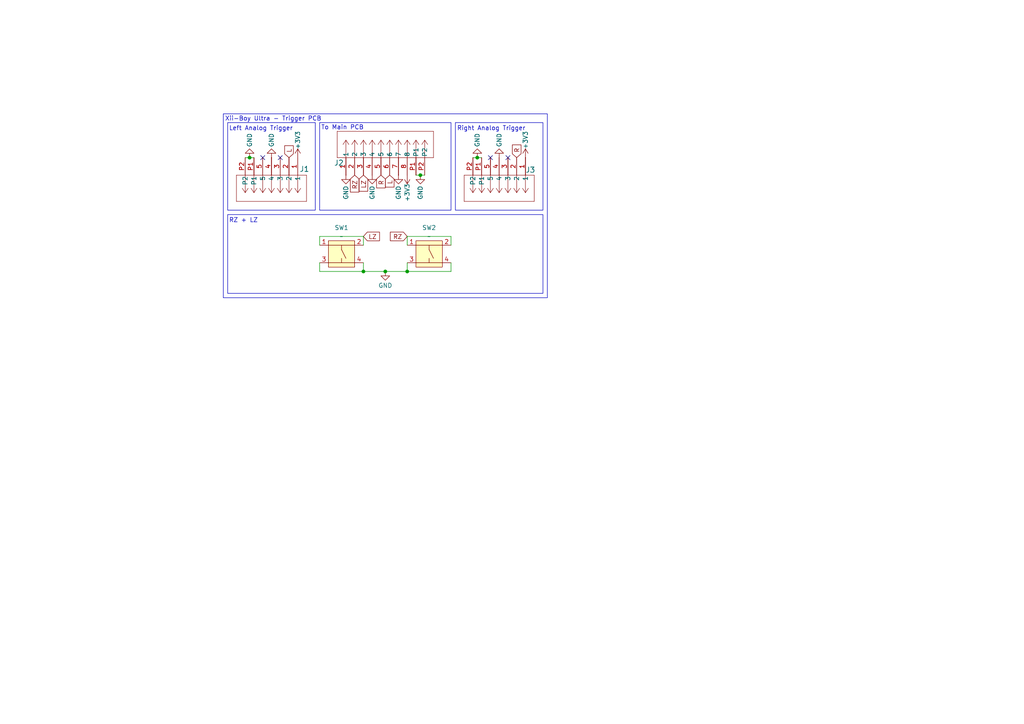
<source format=kicad_sch>
(kicad_sch
	(version 20231120)
	(generator "eeschema")
	(generator_version "8.0")
	(uuid "f5fc5e2e-e7b6-4bdb-8f57-98c4ecff7f2a")
	(paper "A4")
	(lib_symbols
		(symbol "5051100592:5051100592"
			(pin_names
				(offset 0.254)
			)
			(exclude_from_sim no)
			(in_bom yes)
			(on_board yes)
			(property "Reference" "J"
				(at 8.89 6.35 0)
				(effects
					(font
						(size 1.524 1.524)
					)
				)
			)
			(property "Value" "5051100592"
				(at 0 0 0)
				(effects
					(font
						(size 1.524 1.524)
					)
				)
			)
			(property "Footprint" "CON_5051100592_MOL"
				(at 0 0 0)
				(effects
					(font
						(size 1.27 1.27)
						(italic yes)
					)
					(hide yes)
				)
			)
			(property "Datasheet" "5051100592"
				(at 0 0 0)
				(effects
					(font
						(size 1.27 1.27)
						(italic yes)
					)
					(hide yes)
				)
			)
			(property "Description" ""
				(at 0 0 0)
				(effects
					(font
						(size 1.27 1.27)
					)
					(hide yes)
				)
			)
			(property "ki_locked" ""
				(at 0 0 0)
				(effects
					(font
						(size 1.27 1.27)
					)
				)
			)
			(property "ki_keywords" "5051100592"
				(at 0 0 0)
				(effects
					(font
						(size 1.27 1.27)
					)
					(hide yes)
				)
			)
			(property "ki_fp_filters" "CON_5051100592_MOL"
				(at 0 0 0)
				(effects
					(font
						(size 1.27 1.27)
					)
					(hide yes)
				)
			)
			(symbol "5051100592_1_1"
				(polyline
					(pts
						(xy 5.08 -17.78) (xy 12.7 -17.78)
					)
					(stroke
						(width 0.127)
						(type default)
					)
					(fill
						(type none)
					)
				)
				(polyline
					(pts
						(xy 5.08 2.54) (xy 5.08 -17.78)
					)
					(stroke
						(width 0.127)
						(type default)
					)
					(fill
						(type none)
					)
				)
				(polyline
					(pts
						(xy 10.16 -15.24) (xy 5.08 -15.24)
					)
					(stroke
						(width 0.127)
						(type default)
					)
					(fill
						(type none)
					)
				)
				(polyline
					(pts
						(xy 10.16 -15.24) (xy 8.89 -16.0867)
					)
					(stroke
						(width 0.127)
						(type default)
					)
					(fill
						(type none)
					)
				)
				(polyline
					(pts
						(xy 10.16 -15.24) (xy 8.89 -14.3933)
					)
					(stroke
						(width 0.127)
						(type default)
					)
					(fill
						(type none)
					)
				)
				(polyline
					(pts
						(xy 10.16 -12.7) (xy 5.08 -12.7)
					)
					(stroke
						(width 0.127)
						(type default)
					)
					(fill
						(type none)
					)
				)
				(polyline
					(pts
						(xy 10.16 -12.7) (xy 8.89 -13.5467)
					)
					(stroke
						(width 0.127)
						(type default)
					)
					(fill
						(type none)
					)
				)
				(polyline
					(pts
						(xy 10.16 -12.7) (xy 8.89 -11.8533)
					)
					(stroke
						(width 0.127)
						(type default)
					)
					(fill
						(type none)
					)
				)
				(polyline
					(pts
						(xy 10.16 -10.16) (xy 5.08 -10.16)
					)
					(stroke
						(width 0.127)
						(type default)
					)
					(fill
						(type none)
					)
				)
				(polyline
					(pts
						(xy 10.16 -10.16) (xy 8.89 -11.0067)
					)
					(stroke
						(width 0.127)
						(type default)
					)
					(fill
						(type none)
					)
				)
				(polyline
					(pts
						(xy 10.16 -10.16) (xy 8.89 -9.3133)
					)
					(stroke
						(width 0.127)
						(type default)
					)
					(fill
						(type none)
					)
				)
				(polyline
					(pts
						(xy 10.16 -7.62) (xy 5.08 -7.62)
					)
					(stroke
						(width 0.127)
						(type default)
					)
					(fill
						(type none)
					)
				)
				(polyline
					(pts
						(xy 10.16 -7.62) (xy 8.89 -8.4667)
					)
					(stroke
						(width 0.127)
						(type default)
					)
					(fill
						(type none)
					)
				)
				(polyline
					(pts
						(xy 10.16 -7.62) (xy 8.89 -6.7733)
					)
					(stroke
						(width 0.127)
						(type default)
					)
					(fill
						(type none)
					)
				)
				(polyline
					(pts
						(xy 10.16 -5.08) (xy 5.08 -5.08)
					)
					(stroke
						(width 0.127)
						(type default)
					)
					(fill
						(type none)
					)
				)
				(polyline
					(pts
						(xy 10.16 -5.08) (xy 8.89 -5.9267)
					)
					(stroke
						(width 0.127)
						(type default)
					)
					(fill
						(type none)
					)
				)
				(polyline
					(pts
						(xy 10.16 -5.08) (xy 8.89 -4.2333)
					)
					(stroke
						(width 0.127)
						(type default)
					)
					(fill
						(type none)
					)
				)
				(polyline
					(pts
						(xy 10.16 -2.54) (xy 5.08 -2.54)
					)
					(stroke
						(width 0.127)
						(type default)
					)
					(fill
						(type none)
					)
				)
				(polyline
					(pts
						(xy 10.16 -2.54) (xy 8.89 -3.3867)
					)
					(stroke
						(width 0.127)
						(type default)
					)
					(fill
						(type none)
					)
				)
				(polyline
					(pts
						(xy 10.16 -2.54) (xy 8.89 -1.6933)
					)
					(stroke
						(width 0.127)
						(type default)
					)
					(fill
						(type none)
					)
				)
				(polyline
					(pts
						(xy 10.16 0) (xy 5.08 0)
					)
					(stroke
						(width 0.127)
						(type default)
					)
					(fill
						(type none)
					)
				)
				(polyline
					(pts
						(xy 10.16 0) (xy 8.89 -0.8467)
					)
					(stroke
						(width 0.127)
						(type default)
					)
					(fill
						(type none)
					)
				)
				(polyline
					(pts
						(xy 10.16 0) (xy 8.89 0.8467)
					)
					(stroke
						(width 0.127)
						(type default)
					)
					(fill
						(type none)
					)
				)
				(polyline
					(pts
						(xy 12.7 -17.78) (xy 12.7 2.54)
					)
					(stroke
						(width 0.127)
						(type default)
					)
					(fill
						(type none)
					)
				)
				(polyline
					(pts
						(xy 12.7 2.54) (xy 5.08 2.54)
					)
					(stroke
						(width 0.127)
						(type default)
					)
					(fill
						(type none)
					)
				)
				(pin unspecified line
					(at 0 0 0)
					(length 5.08)
					(name "1"
						(effects
							(font
								(size 1.27 1.27)
							)
						)
					)
					(number "1"
						(effects
							(font
								(size 1.27 1.27)
							)
						)
					)
				)
				(pin unspecified line
					(at 0 -2.54 0)
					(length 5.08)
					(name "2"
						(effects
							(font
								(size 1.27 1.27)
							)
						)
					)
					(number "2"
						(effects
							(font
								(size 1.27 1.27)
							)
						)
					)
				)
				(pin unspecified line
					(at 0 -5.08 0)
					(length 5.08)
					(name "3"
						(effects
							(font
								(size 1.27 1.27)
							)
						)
					)
					(number "3"
						(effects
							(font
								(size 1.27 1.27)
							)
						)
					)
				)
				(pin unspecified line
					(at 0 -7.62 0)
					(length 5.08)
					(name "4"
						(effects
							(font
								(size 1.27 1.27)
							)
						)
					)
					(number "4"
						(effects
							(font
								(size 1.27 1.27)
							)
						)
					)
				)
				(pin unspecified line
					(at 0 -10.16 0)
					(length 5.08)
					(name "5"
						(effects
							(font
								(size 1.27 1.27)
							)
						)
					)
					(number "5"
						(effects
							(font
								(size 1.27 1.27)
							)
						)
					)
				)
				(pin unspecified line
					(at 0 -12.7 0)
					(length 5.08)
					(name "P1"
						(effects
							(font
								(size 1.27 1.27)
							)
						)
					)
					(number "P1"
						(effects
							(font
								(size 1.27 1.27)
							)
						)
					)
				)
				(pin unspecified line
					(at 0 -15.24 0)
					(length 5.08)
					(name "P2"
						(effects
							(font
								(size 1.27 1.27)
							)
						)
					)
					(number "P2"
						(effects
							(font
								(size 1.27 1.27)
							)
						)
					)
				)
			)
			(symbol "5051100592_1_2"
				(polyline
					(pts
						(xy 5.08 -17.78) (xy 12.7 -17.78)
					)
					(stroke
						(width 0.127)
						(type default)
					)
					(fill
						(type none)
					)
				)
				(polyline
					(pts
						(xy 5.08 2.54) (xy 5.08 -17.78)
					)
					(stroke
						(width 0.127)
						(type default)
					)
					(fill
						(type none)
					)
				)
				(polyline
					(pts
						(xy 7.62 -15.24) (xy 5.08 -15.24)
					)
					(stroke
						(width 0.127)
						(type default)
					)
					(fill
						(type none)
					)
				)
				(polyline
					(pts
						(xy 7.62 -15.24) (xy 8.89 -16.0867)
					)
					(stroke
						(width 0.127)
						(type default)
					)
					(fill
						(type none)
					)
				)
				(polyline
					(pts
						(xy 7.62 -15.24) (xy 8.89 -14.3933)
					)
					(stroke
						(width 0.127)
						(type default)
					)
					(fill
						(type none)
					)
				)
				(polyline
					(pts
						(xy 7.62 -12.7) (xy 5.08 -12.7)
					)
					(stroke
						(width 0.127)
						(type default)
					)
					(fill
						(type none)
					)
				)
				(polyline
					(pts
						(xy 7.62 -12.7) (xy 8.89 -13.5467)
					)
					(stroke
						(width 0.127)
						(type default)
					)
					(fill
						(type none)
					)
				)
				(polyline
					(pts
						(xy 7.62 -12.7) (xy 8.89 -11.8533)
					)
					(stroke
						(width 0.127)
						(type default)
					)
					(fill
						(type none)
					)
				)
				(polyline
					(pts
						(xy 7.62 -10.16) (xy 5.08 -10.16)
					)
					(stroke
						(width 0.127)
						(type default)
					)
					(fill
						(type none)
					)
				)
				(polyline
					(pts
						(xy 7.62 -10.16) (xy 8.89 -11.0067)
					)
					(stroke
						(width 0.127)
						(type default)
					)
					(fill
						(type none)
					)
				)
				(polyline
					(pts
						(xy 7.62 -10.16) (xy 8.89 -9.3133)
					)
					(stroke
						(width 0.127)
						(type default)
					)
					(fill
						(type none)
					)
				)
				(polyline
					(pts
						(xy 7.62 -7.62) (xy 5.08 -7.62)
					)
					(stroke
						(width 0.127)
						(type default)
					)
					(fill
						(type none)
					)
				)
				(polyline
					(pts
						(xy 7.62 -7.62) (xy 8.89 -8.4667)
					)
					(stroke
						(width 0.127)
						(type default)
					)
					(fill
						(type none)
					)
				)
				(polyline
					(pts
						(xy 7.62 -7.62) (xy 8.89 -6.7733)
					)
					(stroke
						(width 0.127)
						(type default)
					)
					(fill
						(type none)
					)
				)
				(polyline
					(pts
						(xy 7.62 -5.08) (xy 5.08 -5.08)
					)
					(stroke
						(width 0.127)
						(type default)
					)
					(fill
						(type none)
					)
				)
				(polyline
					(pts
						(xy 7.62 -5.08) (xy 8.89 -5.9267)
					)
					(stroke
						(width 0.127)
						(type default)
					)
					(fill
						(type none)
					)
				)
				(polyline
					(pts
						(xy 7.62 -5.08) (xy 8.89 -4.2333)
					)
					(stroke
						(width 0.127)
						(type default)
					)
					(fill
						(type none)
					)
				)
				(polyline
					(pts
						(xy 7.62 -2.54) (xy 5.08 -2.54)
					)
					(stroke
						(width 0.127)
						(type default)
					)
					(fill
						(type none)
					)
				)
				(polyline
					(pts
						(xy 7.62 -2.54) (xy 8.89 -3.3867)
					)
					(stroke
						(width 0.127)
						(type default)
					)
					(fill
						(type none)
					)
				)
				(polyline
					(pts
						(xy 7.62 -2.54) (xy 8.89 -1.6933)
					)
					(stroke
						(width 0.127)
						(type default)
					)
					(fill
						(type none)
					)
				)
				(polyline
					(pts
						(xy 7.62 0) (xy 5.08 0)
					)
					(stroke
						(width 0.127)
						(type default)
					)
					(fill
						(type none)
					)
				)
				(polyline
					(pts
						(xy 7.62 0) (xy 8.89 -0.8467)
					)
					(stroke
						(width 0.127)
						(type default)
					)
					(fill
						(type none)
					)
				)
				(polyline
					(pts
						(xy 7.62 0) (xy 8.89 0.8467)
					)
					(stroke
						(width 0.127)
						(type default)
					)
					(fill
						(type none)
					)
				)
				(polyline
					(pts
						(xy 12.7 -17.78) (xy 12.7 2.54)
					)
					(stroke
						(width 0.127)
						(type default)
					)
					(fill
						(type none)
					)
				)
				(polyline
					(pts
						(xy 12.7 2.54) (xy 5.08 2.54)
					)
					(stroke
						(width 0.127)
						(type default)
					)
					(fill
						(type none)
					)
				)
				(pin unspecified line
					(at 0 0 0)
					(length 5.08)
					(name "1"
						(effects
							(font
								(size 1.27 1.27)
							)
						)
					)
					(number "1"
						(effects
							(font
								(size 1.27 1.27)
							)
						)
					)
				)
				(pin unspecified line
					(at 0 -2.54 0)
					(length 5.08)
					(name "2"
						(effects
							(font
								(size 1.27 1.27)
							)
						)
					)
					(number "2"
						(effects
							(font
								(size 1.27 1.27)
							)
						)
					)
				)
				(pin unspecified line
					(at 0 -5.08 0)
					(length 5.08)
					(name "3"
						(effects
							(font
								(size 1.27 1.27)
							)
						)
					)
					(number "3"
						(effects
							(font
								(size 1.27 1.27)
							)
						)
					)
				)
				(pin unspecified line
					(at 0 -7.62 0)
					(length 5.08)
					(name "4"
						(effects
							(font
								(size 1.27 1.27)
							)
						)
					)
					(number "4"
						(effects
							(font
								(size 1.27 1.27)
							)
						)
					)
				)
				(pin unspecified line
					(at 0 -10.16 0)
					(length 5.08)
					(name "5"
						(effects
							(font
								(size 1.27 1.27)
							)
						)
					)
					(number "5"
						(effects
							(font
								(size 1.27 1.27)
							)
						)
					)
				)
				(pin unspecified line
					(at 0 -12.7 0)
					(length 5.08)
					(name "P1"
						(effects
							(font
								(size 1.27 1.27)
							)
						)
					)
					(number "P1"
						(effects
							(font
								(size 1.27 1.27)
							)
						)
					)
				)
				(pin unspecified line
					(at 0 -15.24 0)
					(length 5.08)
					(name "P2"
						(effects
							(font
								(size 1.27 1.27)
							)
						)
					)
					(number "P2"
						(effects
							(font
								(size 1.27 1.27)
							)
						)
					)
				)
			)
		)
		(symbol "5051100892:5051100892"
			(pin_names
				(offset 0.254)
			)
			(exclude_from_sim no)
			(in_bom yes)
			(on_board yes)
			(property "Reference" "J"
				(at 8.89 6.35 0)
				(effects
					(font
						(size 1.524 1.524)
					)
				)
			)
			(property "Value" "5051100892"
				(at 0 0 0)
				(effects
					(font
						(size 1.524 1.524)
					)
				)
			)
			(property "Footprint" "CON_5051100892_MOL"
				(at 0 0 0)
				(effects
					(font
						(size 1.27 1.27)
						(italic yes)
					)
					(hide yes)
				)
			)
			(property "Datasheet" "5051100892"
				(at 0 0 0)
				(effects
					(font
						(size 1.27 1.27)
						(italic yes)
					)
					(hide yes)
				)
			)
			(property "Description" ""
				(at 0 0 0)
				(effects
					(font
						(size 1.27 1.27)
					)
					(hide yes)
				)
			)
			(property "ki_locked" ""
				(at 0 0 0)
				(effects
					(font
						(size 1.27 1.27)
					)
				)
			)
			(property "ki_keywords" "5051100892"
				(at 0 0 0)
				(effects
					(font
						(size 1.27 1.27)
					)
					(hide yes)
				)
			)
			(property "ki_fp_filters" "CON_5051100892_MOL"
				(at 0 0 0)
				(effects
					(font
						(size 1.27 1.27)
					)
					(hide yes)
				)
			)
			(symbol "5051100892_1_1"
				(polyline
					(pts
						(xy 5.08 -25.4) (xy 12.7 -25.4)
					)
					(stroke
						(width 0.127)
						(type default)
					)
					(fill
						(type none)
					)
				)
				(polyline
					(pts
						(xy 5.08 2.54) (xy 5.08 -25.4)
					)
					(stroke
						(width 0.127)
						(type default)
					)
					(fill
						(type none)
					)
				)
				(polyline
					(pts
						(xy 10.16 -22.86) (xy 5.08 -22.86)
					)
					(stroke
						(width 0.127)
						(type default)
					)
					(fill
						(type none)
					)
				)
				(polyline
					(pts
						(xy 10.16 -22.86) (xy 8.89 -23.7067)
					)
					(stroke
						(width 0.127)
						(type default)
					)
					(fill
						(type none)
					)
				)
				(polyline
					(pts
						(xy 10.16 -22.86) (xy 8.89 -22.0133)
					)
					(stroke
						(width 0.127)
						(type default)
					)
					(fill
						(type none)
					)
				)
				(polyline
					(pts
						(xy 10.16 -20.32) (xy 5.08 -20.32)
					)
					(stroke
						(width 0.127)
						(type default)
					)
					(fill
						(type none)
					)
				)
				(polyline
					(pts
						(xy 10.16 -20.32) (xy 8.89 -21.1667)
					)
					(stroke
						(width 0.127)
						(type default)
					)
					(fill
						(type none)
					)
				)
				(polyline
					(pts
						(xy 10.16 -20.32) (xy 8.89 -19.4733)
					)
					(stroke
						(width 0.127)
						(type default)
					)
					(fill
						(type none)
					)
				)
				(polyline
					(pts
						(xy 10.16 -17.78) (xy 5.08 -17.78)
					)
					(stroke
						(width 0.127)
						(type default)
					)
					(fill
						(type none)
					)
				)
				(polyline
					(pts
						(xy 10.16 -17.78) (xy 8.89 -18.6267)
					)
					(stroke
						(width 0.127)
						(type default)
					)
					(fill
						(type none)
					)
				)
				(polyline
					(pts
						(xy 10.16 -17.78) (xy 8.89 -16.9333)
					)
					(stroke
						(width 0.127)
						(type default)
					)
					(fill
						(type none)
					)
				)
				(polyline
					(pts
						(xy 10.16 -15.24) (xy 5.08 -15.24)
					)
					(stroke
						(width 0.127)
						(type default)
					)
					(fill
						(type none)
					)
				)
				(polyline
					(pts
						(xy 10.16 -15.24) (xy 8.89 -16.0867)
					)
					(stroke
						(width 0.127)
						(type default)
					)
					(fill
						(type none)
					)
				)
				(polyline
					(pts
						(xy 10.16 -15.24) (xy 8.89 -14.3933)
					)
					(stroke
						(width 0.127)
						(type default)
					)
					(fill
						(type none)
					)
				)
				(polyline
					(pts
						(xy 10.16 -12.7) (xy 5.08 -12.7)
					)
					(stroke
						(width 0.127)
						(type default)
					)
					(fill
						(type none)
					)
				)
				(polyline
					(pts
						(xy 10.16 -12.7) (xy 8.89 -13.5467)
					)
					(stroke
						(width 0.127)
						(type default)
					)
					(fill
						(type none)
					)
				)
				(polyline
					(pts
						(xy 10.16 -12.7) (xy 8.89 -11.8533)
					)
					(stroke
						(width 0.127)
						(type default)
					)
					(fill
						(type none)
					)
				)
				(polyline
					(pts
						(xy 10.16 -10.16) (xy 5.08 -10.16)
					)
					(stroke
						(width 0.127)
						(type default)
					)
					(fill
						(type none)
					)
				)
				(polyline
					(pts
						(xy 10.16 -10.16) (xy 8.89 -11.0067)
					)
					(stroke
						(width 0.127)
						(type default)
					)
					(fill
						(type none)
					)
				)
				(polyline
					(pts
						(xy 10.16 -10.16) (xy 8.89 -9.3133)
					)
					(stroke
						(width 0.127)
						(type default)
					)
					(fill
						(type none)
					)
				)
				(polyline
					(pts
						(xy 10.16 -7.62) (xy 5.08 -7.62)
					)
					(stroke
						(width 0.127)
						(type default)
					)
					(fill
						(type none)
					)
				)
				(polyline
					(pts
						(xy 10.16 -7.62) (xy 8.89 -8.4667)
					)
					(stroke
						(width 0.127)
						(type default)
					)
					(fill
						(type none)
					)
				)
				(polyline
					(pts
						(xy 10.16 -7.62) (xy 8.89 -6.7733)
					)
					(stroke
						(width 0.127)
						(type default)
					)
					(fill
						(type none)
					)
				)
				(polyline
					(pts
						(xy 10.16 -5.08) (xy 5.08 -5.08)
					)
					(stroke
						(width 0.127)
						(type default)
					)
					(fill
						(type none)
					)
				)
				(polyline
					(pts
						(xy 10.16 -5.08) (xy 8.89 -5.9267)
					)
					(stroke
						(width 0.127)
						(type default)
					)
					(fill
						(type none)
					)
				)
				(polyline
					(pts
						(xy 10.16 -5.08) (xy 8.89 -4.2333)
					)
					(stroke
						(width 0.127)
						(type default)
					)
					(fill
						(type none)
					)
				)
				(polyline
					(pts
						(xy 10.16 -2.54) (xy 5.08 -2.54)
					)
					(stroke
						(width 0.127)
						(type default)
					)
					(fill
						(type none)
					)
				)
				(polyline
					(pts
						(xy 10.16 -2.54) (xy 8.89 -3.3867)
					)
					(stroke
						(width 0.127)
						(type default)
					)
					(fill
						(type none)
					)
				)
				(polyline
					(pts
						(xy 10.16 -2.54) (xy 8.89 -1.6933)
					)
					(stroke
						(width 0.127)
						(type default)
					)
					(fill
						(type none)
					)
				)
				(polyline
					(pts
						(xy 10.16 0) (xy 5.08 0)
					)
					(stroke
						(width 0.127)
						(type default)
					)
					(fill
						(type none)
					)
				)
				(polyline
					(pts
						(xy 10.16 0) (xy 8.89 -0.8467)
					)
					(stroke
						(width 0.127)
						(type default)
					)
					(fill
						(type none)
					)
				)
				(polyline
					(pts
						(xy 10.16 0) (xy 8.89 0.8467)
					)
					(stroke
						(width 0.127)
						(type default)
					)
					(fill
						(type none)
					)
				)
				(polyline
					(pts
						(xy 12.7 -25.4) (xy 12.7 2.54)
					)
					(stroke
						(width 0.127)
						(type default)
					)
					(fill
						(type none)
					)
				)
				(polyline
					(pts
						(xy 12.7 2.54) (xy 5.08 2.54)
					)
					(stroke
						(width 0.127)
						(type default)
					)
					(fill
						(type none)
					)
				)
				(pin unspecified line
					(at 0 0 0)
					(length 5.08)
					(name "1"
						(effects
							(font
								(size 1.27 1.27)
							)
						)
					)
					(number "1"
						(effects
							(font
								(size 1.27 1.27)
							)
						)
					)
				)
				(pin unspecified line
					(at 0 -2.54 0)
					(length 5.08)
					(name "2"
						(effects
							(font
								(size 1.27 1.27)
							)
						)
					)
					(number "2"
						(effects
							(font
								(size 1.27 1.27)
							)
						)
					)
				)
				(pin unspecified line
					(at 0 -5.08 0)
					(length 5.08)
					(name "3"
						(effects
							(font
								(size 1.27 1.27)
							)
						)
					)
					(number "3"
						(effects
							(font
								(size 1.27 1.27)
							)
						)
					)
				)
				(pin unspecified line
					(at 0 -7.62 0)
					(length 5.08)
					(name "4"
						(effects
							(font
								(size 1.27 1.27)
							)
						)
					)
					(number "4"
						(effects
							(font
								(size 1.27 1.27)
							)
						)
					)
				)
				(pin unspecified line
					(at 0 -10.16 0)
					(length 5.08)
					(name "5"
						(effects
							(font
								(size 1.27 1.27)
							)
						)
					)
					(number "5"
						(effects
							(font
								(size 1.27 1.27)
							)
						)
					)
				)
				(pin unspecified line
					(at 0 -12.7 0)
					(length 5.08)
					(name "6"
						(effects
							(font
								(size 1.27 1.27)
							)
						)
					)
					(number "6"
						(effects
							(font
								(size 1.27 1.27)
							)
						)
					)
				)
				(pin unspecified line
					(at 0 -15.24 0)
					(length 5.08)
					(name "7"
						(effects
							(font
								(size 1.27 1.27)
							)
						)
					)
					(number "7"
						(effects
							(font
								(size 1.27 1.27)
							)
						)
					)
				)
				(pin unspecified line
					(at 0 -17.78 0)
					(length 5.08)
					(name "8"
						(effects
							(font
								(size 1.27 1.27)
							)
						)
					)
					(number "8"
						(effects
							(font
								(size 1.27 1.27)
							)
						)
					)
				)
				(pin unspecified line
					(at 0 -20.32 0)
					(length 5.08)
					(name "P1"
						(effects
							(font
								(size 1.27 1.27)
							)
						)
					)
					(number "P1"
						(effects
							(font
								(size 1.27 1.27)
							)
						)
					)
				)
				(pin unspecified line
					(at 0 -22.86 0)
					(length 5.08)
					(name "P2"
						(effects
							(font
								(size 1.27 1.27)
							)
						)
					)
					(number "P2"
						(effects
							(font
								(size 1.27 1.27)
							)
						)
					)
				)
			)
			(symbol "5051100892_1_2"
				(polyline
					(pts
						(xy 5.08 -25.4) (xy 12.7 -25.4)
					)
					(stroke
						(width 0.127)
						(type default)
					)
					(fill
						(type none)
					)
				)
				(polyline
					(pts
						(xy 5.08 2.54) (xy 5.08 -25.4)
					)
					(stroke
						(width 0.127)
						(type default)
					)
					(fill
						(type none)
					)
				)
				(polyline
					(pts
						(xy 7.62 -22.86) (xy 5.08 -22.86)
					)
					(stroke
						(width 0.127)
						(type default)
					)
					(fill
						(type none)
					)
				)
				(polyline
					(pts
						(xy 7.62 -22.86) (xy 8.89 -23.7067)
					)
					(stroke
						(width 0.127)
						(type default)
					)
					(fill
						(type none)
					)
				)
				(polyline
					(pts
						(xy 7.62 -22.86) (xy 8.89 -22.0133)
					)
					(stroke
						(width 0.127)
						(type default)
					)
					(fill
						(type none)
					)
				)
				(polyline
					(pts
						(xy 7.62 -20.32) (xy 5.08 -20.32)
					)
					(stroke
						(width 0.127)
						(type default)
					)
					(fill
						(type none)
					)
				)
				(polyline
					(pts
						(xy 7.62 -20.32) (xy 8.89 -21.1667)
					)
					(stroke
						(width 0.127)
						(type default)
					)
					(fill
						(type none)
					)
				)
				(polyline
					(pts
						(xy 7.62 -20.32) (xy 8.89 -19.4733)
					)
					(stroke
						(width 0.127)
						(type default)
					)
					(fill
						(type none)
					)
				)
				(polyline
					(pts
						(xy 7.62 -17.78) (xy 5.08 -17.78)
					)
					(stroke
						(width 0.127)
						(type default)
					)
					(fill
						(type none)
					)
				)
				(polyline
					(pts
						(xy 7.62 -17.78) (xy 8.89 -18.6267)
					)
					(stroke
						(width 0.127)
						(type default)
					)
					(fill
						(type none)
					)
				)
				(polyline
					(pts
						(xy 7.62 -17.78) (xy 8.89 -16.9333)
					)
					(stroke
						(width 0.127)
						(type default)
					)
					(fill
						(type none)
					)
				)
				(polyline
					(pts
						(xy 7.62 -15.24) (xy 5.08 -15.24)
					)
					(stroke
						(width 0.127)
						(type default)
					)
					(fill
						(type none)
					)
				)
				(polyline
					(pts
						(xy 7.62 -15.24) (xy 8.89 -16.0867)
					)
					(stroke
						(width 0.127)
						(type default)
					)
					(fill
						(type none)
					)
				)
				(polyline
					(pts
						(xy 7.62 -15.24) (xy 8.89 -14.3933)
					)
					(stroke
						(width 0.127)
						(type default)
					)
					(fill
						(type none)
					)
				)
				(polyline
					(pts
						(xy 7.62 -12.7) (xy 5.08 -12.7)
					)
					(stroke
						(width 0.127)
						(type default)
					)
					(fill
						(type none)
					)
				)
				(polyline
					(pts
						(xy 7.62 -12.7) (xy 8.89 -13.5467)
					)
					(stroke
						(width 0.127)
						(type default)
					)
					(fill
						(type none)
					)
				)
				(polyline
					(pts
						(xy 7.62 -12.7) (xy 8.89 -11.8533)
					)
					(stroke
						(width 0.127)
						(type default)
					)
					(fill
						(type none)
					)
				)
				(polyline
					(pts
						(xy 7.62 -10.16) (xy 5.08 -10.16)
					)
					(stroke
						(width 0.127)
						(type default)
					)
					(fill
						(type none)
					)
				)
				(polyline
					(pts
						(xy 7.62 -10.16) (xy 8.89 -11.0067)
					)
					(stroke
						(width 0.127)
						(type default)
					)
					(fill
						(type none)
					)
				)
				(polyline
					(pts
						(xy 7.62 -10.16) (xy 8.89 -9.3133)
					)
					(stroke
						(width 0.127)
						(type default)
					)
					(fill
						(type none)
					)
				)
				(polyline
					(pts
						(xy 7.62 -7.62) (xy 5.08 -7.62)
					)
					(stroke
						(width 0.127)
						(type default)
					)
					(fill
						(type none)
					)
				)
				(polyline
					(pts
						(xy 7.62 -7.62) (xy 8.89 -8.4667)
					)
					(stroke
						(width 0.127)
						(type default)
					)
					(fill
						(type none)
					)
				)
				(polyline
					(pts
						(xy 7.62 -7.62) (xy 8.89 -6.7733)
					)
					(stroke
						(width 0.127)
						(type default)
					)
					(fill
						(type none)
					)
				)
				(polyline
					(pts
						(xy 7.62 -5.08) (xy 5.08 -5.08)
					)
					(stroke
						(width 0.127)
						(type default)
					)
					(fill
						(type none)
					)
				)
				(polyline
					(pts
						(xy 7.62 -5.08) (xy 8.89 -5.9267)
					)
					(stroke
						(width 0.127)
						(type default)
					)
					(fill
						(type none)
					)
				)
				(polyline
					(pts
						(xy 7.62 -5.08) (xy 8.89 -4.2333)
					)
					(stroke
						(width 0.127)
						(type default)
					)
					(fill
						(type none)
					)
				)
				(polyline
					(pts
						(xy 7.62 -2.54) (xy 5.08 -2.54)
					)
					(stroke
						(width 0.127)
						(type default)
					)
					(fill
						(type none)
					)
				)
				(polyline
					(pts
						(xy 7.62 -2.54) (xy 8.89 -3.3867)
					)
					(stroke
						(width 0.127)
						(type default)
					)
					(fill
						(type none)
					)
				)
				(polyline
					(pts
						(xy 7.62 -2.54) (xy 8.89 -1.6933)
					)
					(stroke
						(width 0.127)
						(type default)
					)
					(fill
						(type none)
					)
				)
				(polyline
					(pts
						(xy 7.62 0) (xy 5.08 0)
					)
					(stroke
						(width 0.127)
						(type default)
					)
					(fill
						(type none)
					)
				)
				(polyline
					(pts
						(xy 7.62 0) (xy 8.89 -0.8467)
					)
					(stroke
						(width 0.127)
						(type default)
					)
					(fill
						(type none)
					)
				)
				(polyline
					(pts
						(xy 7.62 0) (xy 8.89 0.8467)
					)
					(stroke
						(width 0.127)
						(type default)
					)
					(fill
						(type none)
					)
				)
				(polyline
					(pts
						(xy 12.7 -25.4) (xy 12.7 2.54)
					)
					(stroke
						(width 0.127)
						(type default)
					)
					(fill
						(type none)
					)
				)
				(polyline
					(pts
						(xy 12.7 2.54) (xy 5.08 2.54)
					)
					(stroke
						(width 0.127)
						(type default)
					)
					(fill
						(type none)
					)
				)
				(pin unspecified line
					(at 0 0 0)
					(length 5.08)
					(name "1"
						(effects
							(font
								(size 1.27 1.27)
							)
						)
					)
					(number "1"
						(effects
							(font
								(size 1.27 1.27)
							)
						)
					)
				)
				(pin unspecified line
					(at 0 -2.54 0)
					(length 5.08)
					(name "2"
						(effects
							(font
								(size 1.27 1.27)
							)
						)
					)
					(number "2"
						(effects
							(font
								(size 1.27 1.27)
							)
						)
					)
				)
				(pin unspecified line
					(at 0 -5.08 0)
					(length 5.08)
					(name "3"
						(effects
							(font
								(size 1.27 1.27)
							)
						)
					)
					(number "3"
						(effects
							(font
								(size 1.27 1.27)
							)
						)
					)
				)
				(pin unspecified line
					(at 0 -7.62 0)
					(length 5.08)
					(name "4"
						(effects
							(font
								(size 1.27 1.27)
							)
						)
					)
					(number "4"
						(effects
							(font
								(size 1.27 1.27)
							)
						)
					)
				)
				(pin unspecified line
					(at 0 -10.16 0)
					(length 5.08)
					(name "5"
						(effects
							(font
								(size 1.27 1.27)
							)
						)
					)
					(number "5"
						(effects
							(font
								(size 1.27 1.27)
							)
						)
					)
				)
				(pin unspecified line
					(at 0 -12.7 0)
					(length 5.08)
					(name "6"
						(effects
							(font
								(size 1.27 1.27)
							)
						)
					)
					(number "6"
						(effects
							(font
								(size 1.27 1.27)
							)
						)
					)
				)
				(pin unspecified line
					(at 0 -15.24 0)
					(length 5.08)
					(name "7"
						(effects
							(font
								(size 1.27 1.27)
							)
						)
					)
					(number "7"
						(effects
							(font
								(size 1.27 1.27)
							)
						)
					)
				)
				(pin unspecified line
					(at 0 -17.78 0)
					(length 5.08)
					(name "8"
						(effects
							(font
								(size 1.27 1.27)
							)
						)
					)
					(number "8"
						(effects
							(font
								(size 1.27 1.27)
							)
						)
					)
				)
				(pin unspecified line
					(at 0 -20.32 0)
					(length 5.08)
					(name "P1"
						(effects
							(font
								(size 1.27 1.27)
							)
						)
					)
					(number "P1"
						(effects
							(font
								(size 1.27 1.27)
							)
						)
					)
				)
				(pin unspecified line
					(at 0 -22.86 0)
					(length 5.08)
					(name "P2"
						(effects
							(font
								(size 1.27 1.27)
							)
						)
					)
					(number "P2"
						(effects
							(font
								(size 1.27 1.27)
							)
						)
					)
				)
			)
		)
		(symbol "KSC201GLFS:KSC201G"
			(exclude_from_sim no)
			(in_bom yes)
			(on_board yes)
			(property "Reference" "SW"
				(at 0 -1.778 0)
				(effects
					(font
						(size 1.27 1.27)
					)
				)
			)
			(property "Value" ""
				(at 0 0 0)
				(effects
					(font
						(size 1.27 1.27)
					)
				)
			)
			(property "Footprint" ""
				(at 0 0 0)
				(effects
					(font
						(size 1.27 1.27)
					)
					(hide yes)
				)
			)
			(property "Datasheet" ""
				(at 0 0 0)
				(effects
					(font
						(size 1.27 1.27)
					)
					(hide yes)
				)
			)
			(property "Description" ""
				(at 0 0 0)
				(effects
					(font
						(size 1.27 1.27)
					)
					(hide yes)
				)
			)
			(symbol "KSC201G_0_1"
				(polyline
					(pts
						(xy -3.81 1.27) (xy 3.81 1.27)
					)
					(stroke
						(width 0)
						(type default)
					)
					(fill
						(type none)
					)
				)
				(polyline
					(pts
						(xy -3.81 6.35) (xy 3.81 6.35)
					)
					(stroke
						(width 0)
						(type default)
					)
					(fill
						(type none)
					)
				)
				(polyline
					(pts
						(xy 0 1.27) (xy 0 2.54)
					)
					(stroke
						(width 0)
						(type default)
					)
					(fill
						(type none)
					)
				)
				(polyline
					(pts
						(xy 0 5.08) (xy 1.27 2.54)
					)
					(stroke
						(width 0)
						(type default)
					)
					(fill
						(type none)
					)
				)
				(polyline
					(pts
						(xy 0 6.35) (xy 0 5.08)
					)
					(stroke
						(width 0)
						(type default)
					)
					(fill
						(type none)
					)
				)
			)
			(symbol "KSC201G_1_1"
				(rectangle
					(start -3.81 7.62)
					(end 3.81 0)
					(stroke
						(width 0)
						(type default)
					)
					(fill
						(type background)
					)
				)
				(pin passive line
					(at -6.35 6.35 0)
					(length 2.54)
					(name ""
						(effects
							(font
								(size 1.27 1.27)
							)
						)
					)
					(number "1"
						(effects
							(font
								(size 1.27 1.27)
							)
						)
					)
				)
				(pin passive line
					(at 6.35 6.35 180)
					(length 2.54)
					(name ""
						(effects
							(font
								(size 1.27 1.27)
							)
						)
					)
					(number "2"
						(effects
							(font
								(size 1.27 1.27)
							)
						)
					)
				)
				(pin passive line
					(at -6.35 1.27 0)
					(length 2.54)
					(name ""
						(effects
							(font
								(size 1.27 1.27)
							)
						)
					)
					(number "3"
						(effects
							(font
								(size 1.27 1.27)
							)
						)
					)
				)
				(pin passive line
					(at 6.35 1.27 180)
					(length 2.54)
					(name ""
						(effects
							(font
								(size 1.27 1.27)
							)
						)
					)
					(number "4"
						(effects
							(font
								(size 1.27 1.27)
							)
						)
					)
				)
			)
		)
		(symbol "power:+3V3"
			(power)
			(pin_numbers hide)
			(pin_names
				(offset 0) hide)
			(exclude_from_sim no)
			(in_bom yes)
			(on_board yes)
			(property "Reference" "#PWR"
				(at 0 -3.81 0)
				(effects
					(font
						(size 1.27 1.27)
					)
					(hide yes)
				)
			)
			(property "Value" "+3V3"
				(at 0 3.556 0)
				(effects
					(font
						(size 1.27 1.27)
					)
				)
			)
			(property "Footprint" ""
				(at 0 0 0)
				(effects
					(font
						(size 1.27 1.27)
					)
					(hide yes)
				)
			)
			(property "Datasheet" ""
				(at 0 0 0)
				(effects
					(font
						(size 1.27 1.27)
					)
					(hide yes)
				)
			)
			(property "Description" "Power symbol creates a global label with name \"+3V3\""
				(at 0 0 0)
				(effects
					(font
						(size 1.27 1.27)
					)
					(hide yes)
				)
			)
			(property "ki_keywords" "global power"
				(at 0 0 0)
				(effects
					(font
						(size 1.27 1.27)
					)
					(hide yes)
				)
			)
			(symbol "+3V3_0_1"
				(polyline
					(pts
						(xy -0.762 1.27) (xy 0 2.54)
					)
					(stroke
						(width 0)
						(type default)
					)
					(fill
						(type none)
					)
				)
				(polyline
					(pts
						(xy 0 0) (xy 0 2.54)
					)
					(stroke
						(width 0)
						(type default)
					)
					(fill
						(type none)
					)
				)
				(polyline
					(pts
						(xy 0 2.54) (xy 0.762 1.27)
					)
					(stroke
						(width 0)
						(type default)
					)
					(fill
						(type none)
					)
				)
			)
			(symbol "+3V3_1_1"
				(pin power_in line
					(at 0 0 90)
					(length 0)
					(name "~"
						(effects
							(font
								(size 1.27 1.27)
							)
						)
					)
					(number "1"
						(effects
							(font
								(size 1.27 1.27)
							)
						)
					)
				)
			)
		)
		(symbol "power:GND"
			(power)
			(pin_numbers hide)
			(pin_names
				(offset 0) hide)
			(exclude_from_sim no)
			(in_bom yes)
			(on_board yes)
			(property "Reference" "#PWR"
				(at 0 -6.35 0)
				(effects
					(font
						(size 1.27 1.27)
					)
					(hide yes)
				)
			)
			(property "Value" "GND"
				(at 0 -3.81 0)
				(effects
					(font
						(size 1.27 1.27)
					)
				)
			)
			(property "Footprint" ""
				(at 0 0 0)
				(effects
					(font
						(size 1.27 1.27)
					)
					(hide yes)
				)
			)
			(property "Datasheet" ""
				(at 0 0 0)
				(effects
					(font
						(size 1.27 1.27)
					)
					(hide yes)
				)
			)
			(property "Description" "Power symbol creates a global label with name \"GND\" , ground"
				(at 0 0 0)
				(effects
					(font
						(size 1.27 1.27)
					)
					(hide yes)
				)
			)
			(property "ki_keywords" "global power"
				(at 0 0 0)
				(effects
					(font
						(size 1.27 1.27)
					)
					(hide yes)
				)
			)
			(symbol "GND_0_1"
				(polyline
					(pts
						(xy 0 0) (xy 0 -1.27) (xy 1.27 -1.27) (xy 0 -2.54) (xy -1.27 -1.27) (xy 0 -1.27)
					)
					(stroke
						(width 0)
						(type default)
					)
					(fill
						(type none)
					)
				)
			)
			(symbol "GND_1_1"
				(pin power_in line
					(at 0 0 270)
					(length 0)
					(name "~"
						(effects
							(font
								(size 1.27 1.27)
							)
						)
					)
					(number "1"
						(effects
							(font
								(size 1.27 1.27)
							)
						)
					)
				)
			)
		)
	)
	(junction
		(at 105.41 78.74)
		(diameter 0)
		(color 0 0 0 0)
		(uuid "12a54fed-a250-462c-93c1-332f8038045c")
	)
	(junction
		(at 121.92 50.8)
		(diameter 0)
		(color 0 0 0 0)
		(uuid "2235763e-bf3c-4ca0-b31d-ad6be798ee70")
	)
	(junction
		(at 118.11 78.74)
		(diameter 0)
		(color 0 0 0 0)
		(uuid "7a0acd59-7178-456c-86a5-9abdccd7a453")
	)
	(junction
		(at 72.39 45.72)
		(diameter 0)
		(color 0 0 0 0)
		(uuid "7b0b636d-237b-42c0-83ae-67c0b8feee7f")
	)
	(junction
		(at 138.43 45.72)
		(diameter 0)
		(color 0 0 0 0)
		(uuid "bcc8e7e4-d7bb-4347-9e23-e6685c90a74e")
	)
	(junction
		(at 111.76 78.74)
		(diameter 0)
		(color 0 0 0 0)
		(uuid "fbeefbca-a117-4179-8123-3f42773c42d5")
	)
	(no_connect
		(at 147.32 45.72)
		(uuid "2ec26939-152d-4f92-814b-e40e45287cd8")
	)
	(no_connect
		(at 142.24 45.72)
		(uuid "560f943d-cd94-4262-84c4-6c518776d6e2")
	)
	(no_connect
		(at 81.28 45.72)
		(uuid "bd5f0680-b3bb-4418-b1bc-99836ffeccfe")
	)
	(no_connect
		(at 76.2 45.72)
		(uuid "ebe5b554-ce45-4c98-8064-5bc21ac4aa90")
	)
	(wire
		(pts
			(xy 92.71 76.2) (xy 92.71 78.74)
		)
		(stroke
			(width 0)
			(type default)
		)
		(uuid "030c1fd6-6708-4ba4-b237-f3d1ec2de117")
	)
	(wire
		(pts
			(xy 111.76 78.74) (xy 118.11 78.74)
		)
		(stroke
			(width 0)
			(type default)
		)
		(uuid "0530fe27-65ac-46ee-89da-62acf6193563")
	)
	(wire
		(pts
			(xy 105.41 68.58) (xy 105.41 71.12)
		)
		(stroke
			(width 0)
			(type default)
		)
		(uuid "0fc93b03-64d6-412c-8d82-8337ed662f54")
	)
	(wire
		(pts
			(xy 73.66 45.72) (xy 72.39 45.72)
		)
		(stroke
			(width 0)
			(type default)
		)
		(uuid "12061646-2626-4a2d-a652-a335a89edb67")
	)
	(wire
		(pts
			(xy 118.11 68.58) (xy 118.11 71.12)
		)
		(stroke
			(width 0)
			(type default)
		)
		(uuid "24ba8b85-a4d7-4b5b-8614-90fde6fc0cec")
	)
	(wire
		(pts
			(xy 92.71 78.74) (xy 105.41 78.74)
		)
		(stroke
			(width 0)
			(type default)
		)
		(uuid "2697c2d7-372b-4f7a-9b2f-9e1fe64478ef")
	)
	(wire
		(pts
			(xy 92.71 68.58) (xy 105.41 68.58)
		)
		(stroke
			(width 0)
			(type default)
		)
		(uuid "37cab4f3-3838-4c7f-8639-158686adacfa")
	)
	(wire
		(pts
			(xy 105.41 78.74) (xy 111.76 78.74)
		)
		(stroke
			(width 0)
			(type default)
		)
		(uuid "4064fc15-9e0b-4a09-9a43-c21035f0274d")
	)
	(wire
		(pts
			(xy 138.43 45.72) (xy 137.16 45.72)
		)
		(stroke
			(width 0)
			(type default)
		)
		(uuid "4b5416df-143a-404e-be4c-8f4fa266134d")
	)
	(wire
		(pts
			(xy 72.39 45.72) (xy 71.12 45.72)
		)
		(stroke
			(width 0)
			(type default)
		)
		(uuid "66f36762-90c6-43ab-9009-9db2e1e3470e")
	)
	(wire
		(pts
			(xy 118.11 78.74) (xy 130.81 78.74)
		)
		(stroke
			(width 0)
			(type default)
		)
		(uuid "69fa7138-31cc-4d7f-bf0c-841e67de6682")
	)
	(wire
		(pts
			(xy 130.81 68.58) (xy 130.81 71.12)
		)
		(stroke
			(width 0)
			(type default)
		)
		(uuid "6aad6807-eac0-44e2-aeb1-e773401e16a5")
	)
	(wire
		(pts
			(xy 105.41 78.74) (xy 105.41 76.2)
		)
		(stroke
			(width 0)
			(type default)
		)
		(uuid "8c38a496-bf85-4fc1-a57a-87fbf8876fd8")
	)
	(wire
		(pts
			(xy 121.92 50.8) (xy 120.65 50.8)
		)
		(stroke
			(width 0)
			(type default)
		)
		(uuid "a208e7e8-3610-4a97-9742-c6d33b374935")
	)
	(wire
		(pts
			(xy 139.7 45.72) (xy 138.43 45.72)
		)
		(stroke
			(width 0)
			(type default)
		)
		(uuid "bb1da23c-4c95-48e6-b25a-dfa64a7cb2b5")
	)
	(wire
		(pts
			(xy 121.92 50.8) (xy 123.19 50.8)
		)
		(stroke
			(width 0)
			(type default)
		)
		(uuid "bdbcc74d-52ac-42cb-a94a-b6acdd2bde93")
	)
	(wire
		(pts
			(xy 130.81 78.74) (xy 130.81 76.2)
		)
		(stroke
			(width 0)
			(type default)
		)
		(uuid "cb4c580a-bfb7-4744-b92f-9796e94487d1")
	)
	(wire
		(pts
			(xy 118.11 76.2) (xy 118.11 78.74)
		)
		(stroke
			(width 0)
			(type default)
		)
		(uuid "d452ad56-f4e5-4f9c-a1b9-ed1f75be292d")
	)
	(wire
		(pts
			(xy 92.71 71.12) (xy 92.71 68.58)
		)
		(stroke
			(width 0)
			(type default)
		)
		(uuid "dedb6853-7e24-4015-80a0-112787dfbd5b")
	)
	(wire
		(pts
			(xy 118.11 68.58) (xy 130.81 68.58)
		)
		(stroke
			(width 0)
			(type default)
		)
		(uuid "f1a045e2-9897-468c-bc2c-490588f42eb5")
	)
	(rectangle
		(start 66.04 62.23)
		(end 157.48 85.09)
		(stroke
			(width 0)
			(type default)
		)
		(fill
			(type none)
		)
		(uuid 3d19d356-56c6-4d36-8ae5-7ba07a9855aa)
	)
	(rectangle
		(start 132.08 35.56)
		(end 157.48 60.96)
		(stroke
			(width 0)
			(type default)
		)
		(fill
			(type none)
		)
		(uuid 5dcb582c-a702-4b1d-a843-47a70cdae622)
	)
	(rectangle
		(start 92.71 35.56)
		(end 130.81 60.96)
		(stroke
			(width 0)
			(type default)
		)
		(fill
			(type none)
		)
		(uuid 6a2fcc3a-7f84-4f75-86c8-9a9dff13d32a)
	)
	(rectangle
		(start 66.04 35.56)
		(end 91.44 60.96)
		(stroke
			(width 0)
			(type default)
		)
		(fill
			(type none)
		)
		(uuid 74994a54-47a0-4c50-bad1-4e30430e375f)
	)
	(rectangle
		(start 64.77 33.02)
		(end 158.75 86.36)
		(stroke
			(width 0)
			(type default)
		)
		(fill
			(type none)
		)
		(uuid e164092e-dae5-49fb-ba9e-7ce539ee4c64)
	)
	(text "RZ + LZ"
		(exclude_from_sim no)
		(at 70.612 64.008 0)
		(effects
			(font
				(size 1.27 1.27)
			)
		)
		(uuid "0dde2087-d0c1-4cc4-9a23-4bfbef10c8a9")
	)
	(text "Left Analog Trigger"
		(exclude_from_sim no)
		(at 75.692 37.338 0)
		(effects
			(font
				(size 1.27 1.27)
			)
		)
		(uuid "39e9116d-c260-4a24-a0d8-c46d13426f06")
	)
	(text "To Main PCB"
		(exclude_from_sim no)
		(at 99.314 37.084 0)
		(effects
			(font
				(size 1.27 1.27)
			)
		)
		(uuid "4ad34796-0e6e-41de-8fe5-4d7138bb2f5b")
	)
	(text "Xii-Boy Ultra - Trigger PCB"
		(exclude_from_sim no)
		(at 79.248 34.544 0)
		(effects
			(font
				(size 1.27 1.27)
			)
		)
		(uuid "8ba98dd1-4cfa-4987-9ea4-e227e80595ac")
	)
	(text "Right Analog Trigger"
		(exclude_from_sim no)
		(at 142.494 37.338 0)
		(effects
			(font
				(size 1.27 1.27)
			)
		)
		(uuid "bcdeb4cf-c190-4d4b-ba7f-0b1274f120e5")
	)
	(global_label "LZ"
		(shape input)
		(at 105.41 50.8 270)
		(fields_autoplaced yes)
		(effects
			(font
				(size 1.27 1.27)
			)
			(justify right)
		)
		(uuid "00e7fa7e-5efa-4215-af92-6df4fdcb9824")
		(property "Intersheetrefs" "${INTERSHEET_REFS}"
			(at 105.41 56.0228 90)
			(effects
				(font
					(size 1.27 1.27)
				)
				(justify right)
				(hide yes)
			)
		)
	)
	(global_label "R"
		(shape input)
		(at 149.86 45.72 90)
		(fields_autoplaced yes)
		(effects
			(font
				(size 1.27 1.27)
			)
			(justify left)
		)
		(uuid "1d3443f1-4aae-4caa-b49c-5d69cf838319")
		(property "Intersheetrefs" "${INTERSHEET_REFS}"
			(at 149.86 41.4648 90)
			(effects
				(font
					(size 1.27 1.27)
				)
				(justify left)
				(hide yes)
			)
		)
	)
	(global_label "R"
		(shape input)
		(at 110.49 50.8 270)
		(fields_autoplaced yes)
		(effects
			(font
				(size 1.27 1.27)
			)
			(justify right)
		)
		(uuid "3b1dda78-3f1c-4aed-b14d-1fa61dc59628")
		(property "Intersheetrefs" "${INTERSHEET_REFS}"
			(at 110.49 55.0552 90)
			(effects
				(font
					(size 1.27 1.27)
				)
				(justify right)
				(hide yes)
			)
		)
	)
	(global_label "RZ"
		(shape input)
		(at 118.11 68.58 180)
		(fields_autoplaced yes)
		(effects
			(font
				(size 1.27 1.27)
			)
			(justify right)
		)
		(uuid "51d84f98-a244-4986-9d67-9ecfc1dae894")
		(property "Intersheetrefs" "${INTERSHEET_REFS}"
			(at 112.6453 68.58 0)
			(effects
				(font
					(size 1.27 1.27)
				)
				(justify right)
				(hide yes)
			)
		)
	)
	(global_label "LZ"
		(shape input)
		(at 105.41 68.58 0)
		(fields_autoplaced yes)
		(effects
			(font
				(size 1.27 1.27)
			)
			(justify left)
		)
		(uuid "b4f9e8b0-6519-4eb5-b880-00756b50dbf8")
		(property "Intersheetrefs" "${INTERSHEET_REFS}"
			(at 110.6328 68.58 0)
			(effects
				(font
					(size 1.27 1.27)
				)
				(justify left)
				(hide yes)
			)
		)
	)
	(global_label "L"
		(shape input)
		(at 113.03 50.8 270)
		(fields_autoplaced yes)
		(effects
			(font
				(size 1.27 1.27)
			)
			(justify right)
		)
		(uuid "b6348e1f-ca25-44e4-aa5e-8258453e90eb")
		(property "Intersheetrefs" "${INTERSHEET_REFS}"
			(at 113.03 54.8133 90)
			(effects
				(font
					(size 1.27 1.27)
				)
				(justify right)
				(hide yes)
			)
		)
	)
	(global_label "L"
		(shape input)
		(at 83.82 45.72 90)
		(fields_autoplaced yes)
		(effects
			(font
				(size 1.27 1.27)
			)
			(justify left)
		)
		(uuid "ba39e0dc-9aa8-40ea-a051-dc37f04f9734")
		(property "Intersheetrefs" "${INTERSHEET_REFS}"
			(at 83.82 41.7067 90)
			(effects
				(font
					(size 1.27 1.27)
				)
				(justify left)
				(hide yes)
			)
		)
	)
	(global_label "RZ"
		(shape input)
		(at 102.87 50.8 270)
		(fields_autoplaced yes)
		(effects
			(font
				(size 1.27 1.27)
			)
			(justify right)
		)
		(uuid "bd159b10-d36f-495c-b88b-50ff66e163b0")
		(property "Intersheetrefs" "${INTERSHEET_REFS}"
			(at 102.87 56.2647 90)
			(effects
				(font
					(size 1.27 1.27)
				)
				(justify right)
				(hide yes)
			)
		)
	)
	(symbol
		(lib_id "power:+3V3")
		(at 118.11 50.8 180)
		(unit 1)
		(exclude_from_sim no)
		(in_bom yes)
		(on_board yes)
		(dnp no)
		(uuid "1c87d1eb-dff9-4baf-bda5-18605f86a49b")
		(property "Reference" "#PWR08"
			(at 118.11 46.99 0)
			(effects
				(font
					(size 1.27 1.27)
				)
				(hide yes)
			)
		)
		(property "Value" "+3V3"
			(at 118.11 55.88 90)
			(effects
				(font
					(size 1.27 1.27)
				)
			)
		)
		(property "Footprint" ""
			(at 118.11 50.8 0)
			(effects
				(font
					(size 1.27 1.27)
				)
				(hide yes)
			)
		)
		(property "Datasheet" ""
			(at 118.11 50.8 0)
			(effects
				(font
					(size 1.27 1.27)
				)
				(hide yes)
			)
		)
		(property "Description" "Power symbol creates a global label with name \"+3V3\""
			(at 118.11 50.8 0)
			(effects
				(font
					(size 1.27 1.27)
				)
				(hide yes)
			)
		)
		(pin "1"
			(uuid "049fd1e6-3bdf-4e6d-a591-54960e52f2b2")
		)
		(instances
			(project "Trigger PCB"
				(path "/f5fc5e2e-e7b6-4bdb-8f57-98c4ecff7f2a"
					(reference "#PWR08")
					(unit 1)
				)
			)
		)
	)
	(symbol
		(lib_id "power:+3V3")
		(at 152.4 45.72 0)
		(unit 1)
		(exclude_from_sim no)
		(in_bom yes)
		(on_board yes)
		(dnp no)
		(uuid "1fa63054-4dec-4830-a8af-b7631f288646")
		(property "Reference" "#PWR06"
			(at 152.4 49.53 0)
			(effects
				(font
					(size 1.27 1.27)
				)
				(hide yes)
			)
		)
		(property "Value" "+3V3"
			(at 152.4 40.64 90)
			(effects
				(font
					(size 1.27 1.27)
				)
			)
		)
		(property "Footprint" ""
			(at 152.4 45.72 0)
			(effects
				(font
					(size 1.27 1.27)
				)
				(hide yes)
			)
		)
		(property "Datasheet" ""
			(at 152.4 45.72 0)
			(effects
				(font
					(size 1.27 1.27)
				)
				(hide yes)
			)
		)
		(property "Description" "Power symbol creates a global label with name \"+3V3\""
			(at 152.4 45.72 0)
			(effects
				(font
					(size 1.27 1.27)
				)
				(hide yes)
			)
		)
		(pin "1"
			(uuid "3a2047a6-03b6-4eeb-a82d-96f774b9865e")
		)
		(instances
			(project "Trigger PCB"
				(path "/f5fc5e2e-e7b6-4bdb-8f57-98c4ecff7f2a"
					(reference "#PWR06")
					(unit 1)
				)
			)
		)
	)
	(symbol
		(lib_id "power:GND")
		(at 107.95 50.8 0)
		(unit 1)
		(exclude_from_sim no)
		(in_bom yes)
		(on_board yes)
		(dnp no)
		(uuid "45f71853-5d49-4123-b2f3-3f6bf604f46c")
		(property "Reference" "#PWR010"
			(at 107.95 57.15 0)
			(effects
				(font
					(size 1.27 1.27)
				)
				(hide yes)
			)
		)
		(property "Value" "GND"
			(at 107.95 55.88 90)
			(effects
				(font
					(size 1.27 1.27)
				)
			)
		)
		(property "Footprint" ""
			(at 107.95 50.8 0)
			(effects
				(font
					(size 1.27 1.27)
				)
				(hide yes)
			)
		)
		(property "Datasheet" ""
			(at 107.95 50.8 0)
			(effects
				(font
					(size 1.27 1.27)
				)
				(hide yes)
			)
		)
		(property "Description" "Power symbol creates a global label with name \"GND\" , ground"
			(at 107.95 50.8 0)
			(effects
				(font
					(size 1.27 1.27)
				)
				(hide yes)
			)
		)
		(pin "1"
			(uuid "2e4fd452-834d-462d-afb3-83a096dae937")
		)
		(instances
			(project "Trigger PCB"
				(path "/f5fc5e2e-e7b6-4bdb-8f57-98c4ecff7f2a"
					(reference "#PWR010")
					(unit 1)
				)
			)
		)
	)
	(symbol
		(lib_id "KSC201GLFS:KSC201G")
		(at 124.46 77.47 0)
		(unit 1)
		(exclude_from_sim no)
		(in_bom yes)
		(on_board yes)
		(dnp no)
		(fields_autoplaced yes)
		(uuid "509f0937-12ca-46d2-9188-14a4abe31dd2")
		(property "Reference" "SW2"
			(at 124.46 66.04 0)
			(effects
				(font
					(size 1.27 1.27)
				)
			)
		)
		(property "Value" "~"
			(at 124.46 68.58 0)
			(effects
				(font
					(size 1.27 1.27)
				)
			)
		)
		(property "Footprint" "KSC201GLFS:KS201G"
			(at 124.46 77.47 0)
			(effects
				(font
					(size 1.27 1.27)
				)
				(hide yes)
			)
		)
		(property "Datasheet" ""
			(at 124.46 77.47 0)
			(effects
				(font
					(size 1.27 1.27)
				)
				(hide yes)
			)
		)
		(property "Description" ""
			(at 124.46 77.47 0)
			(effects
				(font
					(size 1.27 1.27)
				)
				(hide yes)
			)
		)
		(pin "4"
			(uuid "3267a9f3-61fc-40f2-9950-629357511a4b")
		)
		(pin "1"
			(uuid "3094ddab-6ce5-44c7-9487-0c23eaef8366")
		)
		(pin "2"
			(uuid "bd8d4f29-6dac-4412-a2b6-01a241d65f2a")
		)
		(pin "3"
			(uuid "b9eaa29b-ab6c-4d74-82e9-ae42c5b1b47a")
		)
		(instances
			(project "Trigger PCB"
				(path "/f5fc5e2e-e7b6-4bdb-8f57-98c4ecff7f2a"
					(reference "SW2")
					(unit 1)
				)
			)
		)
	)
	(symbol
		(lib_id "5051100592:5051100592")
		(at 152.4 45.72 270)
		(unit 1)
		(exclude_from_sim no)
		(in_bom yes)
		(on_board yes)
		(dnp no)
		(uuid "566fb3ce-fded-445d-9f03-68fddbb58f68")
		(property "Reference" "J3"
			(at 152.4 49.276 90)
			(effects
				(font
					(size 1.524 1.524)
				)
				(justify left)
			)
		)
		(property "Value" "5051100592"
			(at 156.21 55.8799 90)
			(effects
				(font
					(size 1.524 1.524)
				)
				(justify left)
				(hide yes)
			)
		)
		(property "Footprint" "5051100592:CON_5051100592_MOL"
			(at 152.4 45.72 0)
			(effects
				(font
					(size 1.27 1.27)
					(italic yes)
				)
				(hide yes)
			)
		)
		(property "Datasheet" "5051100592"
			(at 152.4 45.72 0)
			(effects
				(font
					(size 1.27 1.27)
					(italic yes)
				)
				(hide yes)
			)
		)
		(property "Description" ""
			(at 152.4 45.72 0)
			(effects
				(font
					(size 1.27 1.27)
				)
				(hide yes)
			)
		)
		(pin "3"
			(uuid "6c2cb939-b8d2-40f2-8936-1f62e2f6a30e")
		)
		(pin "5"
			(uuid "c9c7b15d-ecd9-42cd-a116-9b8ea6c999f3")
		)
		(pin "2"
			(uuid "a97486e3-7feb-46e8-820f-0cd945c9aea3")
		)
		(pin "1"
			(uuid "048428b2-a64e-4152-ba93-82afb62d7737")
		)
		(pin "4"
			(uuid "04f2336f-bce6-4ab6-a7e8-a98016fab71f")
		)
		(pin "P1"
			(uuid "7b2ee638-19fb-4c13-8b6f-149dd940488f")
		)
		(pin "P2"
			(uuid "1ea874d0-c95d-4715-99c9-57ee9ed78484")
		)
		(instances
			(project "Trigger PCB"
				(path "/f5fc5e2e-e7b6-4bdb-8f57-98c4ecff7f2a"
					(reference "J3")
					(unit 1)
				)
			)
		)
	)
	(symbol
		(lib_id "power:GND")
		(at 138.43 45.72 180)
		(unit 1)
		(exclude_from_sim no)
		(in_bom yes)
		(on_board yes)
		(dnp no)
		(uuid "5f880dcf-77cf-478a-a54b-79fd514cea0b")
		(property "Reference" "#PWR04"
			(at 138.43 39.37 0)
			(effects
				(font
					(size 1.27 1.27)
				)
				(hide yes)
			)
		)
		(property "Value" "GND"
			(at 138.43 40.64 90)
			(effects
				(font
					(size 1.27 1.27)
				)
			)
		)
		(property "Footprint" ""
			(at 138.43 45.72 0)
			(effects
				(font
					(size 1.27 1.27)
				)
				(hide yes)
			)
		)
		(property "Datasheet" ""
			(at 138.43 45.72 0)
			(effects
				(font
					(size 1.27 1.27)
				)
				(hide yes)
			)
		)
		(property "Description" "Power symbol creates a global label with name \"GND\" , ground"
			(at 138.43 45.72 0)
			(effects
				(font
					(size 1.27 1.27)
				)
				(hide yes)
			)
		)
		(pin "1"
			(uuid "df6c47c7-eba7-462f-840c-c8ee6ae6e86c")
		)
		(instances
			(project "Trigger PCB"
				(path "/f5fc5e2e-e7b6-4bdb-8f57-98c4ecff7f2a"
					(reference "#PWR04")
					(unit 1)
				)
			)
		)
	)
	(symbol
		(lib_id "power:+3V3")
		(at 86.36 45.72 0)
		(unit 1)
		(exclude_from_sim no)
		(in_bom yes)
		(on_board yes)
		(dnp no)
		(uuid "6673783f-b8db-46f4-b4df-59865b01ae64")
		(property "Reference" "#PWR01"
			(at 86.36 49.53 0)
			(effects
				(font
					(size 1.27 1.27)
				)
				(hide yes)
			)
		)
		(property "Value" "+3V3"
			(at 86.36 40.64 90)
			(effects
				(font
					(size 1.27 1.27)
				)
			)
		)
		(property "Footprint" ""
			(at 86.36 45.72 0)
			(effects
				(font
					(size 1.27 1.27)
				)
				(hide yes)
			)
		)
		(property "Datasheet" ""
			(at 86.36 45.72 0)
			(effects
				(font
					(size 1.27 1.27)
				)
				(hide yes)
			)
		)
		(property "Description" "Power symbol creates a global label with name \"+3V3\""
			(at 86.36 45.72 0)
			(effects
				(font
					(size 1.27 1.27)
				)
				(hide yes)
			)
		)
		(pin "1"
			(uuid "72b3e5a5-1f00-441c-80c3-93087c9c15dd")
		)
		(instances
			(project ""
				(path "/f5fc5e2e-e7b6-4bdb-8f57-98c4ecff7f2a"
					(reference "#PWR01")
					(unit 1)
				)
			)
		)
	)
	(symbol
		(lib_id "5051100892:5051100892")
		(at 100.33 50.8 90)
		(unit 1)
		(exclude_from_sim no)
		(in_bom yes)
		(on_board yes)
		(dnp no)
		(uuid "6c007d0d-ceb4-4d00-b147-b1cdb86c816e")
		(property "Reference" "J2"
			(at 98.298 47.244 90)
			(effects
				(font
					(size 1.524 1.524)
				)
			)
		)
		(property "Value" "5051100892"
			(at 111.76 35.56 90)
			(effects
				(font
					(size 1.524 1.524)
				)
				(hide yes)
			)
		)
		(property "Footprint" "5051100892:CON_5051100892_MOL"
			(at 100.33 50.8 0)
			(effects
				(font
					(size 1.27 1.27)
					(italic yes)
				)
				(hide yes)
			)
		)
		(property "Datasheet" "5051100892"
			(at 100.33 50.8 0)
			(effects
				(font
					(size 1.27 1.27)
					(italic yes)
				)
				(hide yes)
			)
		)
		(property "Description" ""
			(at 100.33 50.8 0)
			(effects
				(font
					(size 1.27 1.27)
				)
				(hide yes)
			)
		)
		(pin "P2"
			(uuid "61505a14-c331-4732-8485-84b07960ca5a")
		)
		(pin "8"
			(uuid "c8dcf95e-e835-4add-aef2-19e3b154a341")
		)
		(pin "P1"
			(uuid "7e4790a1-00a2-42f2-a6a1-c30e9b4025df")
		)
		(pin "7"
			(uuid "b5b2f77b-46d8-45ba-b886-1efd02b401b9")
		)
		(pin "5"
			(uuid "265f2845-42cc-47e6-9f42-f5e9684ae79e")
		)
		(pin "2"
			(uuid "55f9200c-170e-47ad-adce-696e9b81308c")
		)
		(pin "3"
			(uuid "80d4c33b-16d1-4633-83fe-967478a9fed7")
		)
		(pin "6"
			(uuid "603172ca-4ce8-4bd2-997f-3aa6bf72cde9")
		)
		(pin "4"
			(uuid "9f92a5aa-90f9-4340-a712-759a4f560b17")
		)
		(pin "1"
			(uuid "27e6aa71-02ec-4f1c-9486-467d5ddc538a")
		)
		(instances
			(project ""
				(path "/f5fc5e2e-e7b6-4bdb-8f57-98c4ecff7f2a"
					(reference "J2")
					(unit 1)
				)
			)
		)
	)
	(symbol
		(lib_id "power:GND")
		(at 111.76 78.74 0)
		(unit 1)
		(exclude_from_sim no)
		(in_bom yes)
		(on_board yes)
		(dnp no)
		(uuid "7516e07c-624c-4c93-bd24-de2a42354be4")
		(property "Reference" "#PWR07"
			(at 111.76 85.09 0)
			(effects
				(font
					(size 1.27 1.27)
				)
				(hide yes)
			)
		)
		(property "Value" "GND"
			(at 111.76 82.804 0)
			(effects
				(font
					(size 1.27 1.27)
				)
			)
		)
		(property "Footprint" ""
			(at 111.76 78.74 0)
			(effects
				(font
					(size 1.27 1.27)
				)
				(hide yes)
			)
		)
		(property "Datasheet" ""
			(at 111.76 78.74 0)
			(effects
				(font
					(size 1.27 1.27)
				)
				(hide yes)
			)
		)
		(property "Description" "Power symbol creates a global label with name \"GND\" , ground"
			(at 111.76 78.74 0)
			(effects
				(font
					(size 1.27 1.27)
				)
				(hide yes)
			)
		)
		(pin "1"
			(uuid "4e201e9c-e524-465b-8264-b9cafb984f1e")
		)
		(instances
			(project ""
				(path "/f5fc5e2e-e7b6-4bdb-8f57-98c4ecff7f2a"
					(reference "#PWR07")
					(unit 1)
				)
			)
		)
	)
	(symbol
		(lib_id "KSC201GLFS:KSC201G")
		(at 99.06 77.47 0)
		(unit 1)
		(exclude_from_sim no)
		(in_bom yes)
		(on_board yes)
		(dnp no)
		(fields_autoplaced yes)
		(uuid "7ba59cfe-9fab-4e32-9298-654e6b2b1226")
		(property "Reference" "SW1"
			(at 99.06 66.04 0)
			(effects
				(font
					(size 1.27 1.27)
				)
			)
		)
		(property "Value" "~"
			(at 99.06 68.58 0)
			(effects
				(font
					(size 1.27 1.27)
				)
			)
		)
		(property "Footprint" "KSC201GLFS:KS201G"
			(at 99.06 77.47 0)
			(effects
				(font
					(size 1.27 1.27)
				)
				(hide yes)
			)
		)
		(property "Datasheet" ""
			(at 99.06 77.47 0)
			(effects
				(font
					(size 1.27 1.27)
				)
				(hide yes)
			)
		)
		(property "Description" ""
			(at 99.06 77.47 0)
			(effects
				(font
					(size 1.27 1.27)
				)
				(hide yes)
			)
		)
		(pin "4"
			(uuid "3627f40a-884d-4414-babf-012d190523e0")
		)
		(pin "1"
			(uuid "e5ffa884-1034-4be6-9115-38d20c0dd961")
		)
		(pin "2"
			(uuid "c18864b1-6765-4eee-a9a2-23284daf3f98")
		)
		(pin "3"
			(uuid "0991b62c-c179-4e74-b8bb-928ba29b5483")
		)
		(instances
			(project ""
				(path "/f5fc5e2e-e7b6-4bdb-8f57-98c4ecff7f2a"
					(reference "SW1")
					(unit 1)
				)
			)
		)
	)
	(symbol
		(lib_id "power:GND")
		(at 72.39 45.72 180)
		(unit 1)
		(exclude_from_sim no)
		(in_bom yes)
		(on_board yes)
		(dnp no)
		(uuid "94b627df-bdef-47ae-b313-2ea01c4f1344")
		(property "Reference" "#PWR03"
			(at 72.39 39.37 0)
			(effects
				(font
					(size 1.27 1.27)
				)
				(hide yes)
			)
		)
		(property "Value" "GND"
			(at 72.39 40.64 90)
			(effects
				(font
					(size 1.27 1.27)
				)
			)
		)
		(property "Footprint" ""
			(at 72.39 45.72 0)
			(effects
				(font
					(size 1.27 1.27)
				)
				(hide yes)
			)
		)
		(property "Datasheet" ""
			(at 72.39 45.72 0)
			(effects
				(font
					(size 1.27 1.27)
				)
				(hide yes)
			)
		)
		(property "Description" "Power symbol creates a global label with name \"GND\" , ground"
			(at 72.39 45.72 0)
			(effects
				(font
					(size 1.27 1.27)
				)
				(hide yes)
			)
		)
		(pin "1"
			(uuid "c9765109-5326-465c-906c-46d2f651bed3")
		)
		(instances
			(project "Trigger PCB"
				(path "/f5fc5e2e-e7b6-4bdb-8f57-98c4ecff7f2a"
					(reference "#PWR03")
					(unit 1)
				)
			)
		)
	)
	(symbol
		(lib_id "power:GND")
		(at 121.92 50.8 0)
		(unit 1)
		(exclude_from_sim no)
		(in_bom yes)
		(on_board yes)
		(dnp no)
		(uuid "bb0fec51-146c-43fd-a6dd-1589740e19f1")
		(property "Reference" "#PWR012"
			(at 121.92 57.15 0)
			(effects
				(font
					(size 1.27 1.27)
				)
				(hide yes)
			)
		)
		(property "Value" "GND"
			(at 121.92 55.88 90)
			(effects
				(font
					(size 1.27 1.27)
				)
			)
		)
		(property "Footprint" ""
			(at 121.92 50.8 0)
			(effects
				(font
					(size 1.27 1.27)
				)
				(hide yes)
			)
		)
		(property "Datasheet" ""
			(at 121.92 50.8 0)
			(effects
				(font
					(size 1.27 1.27)
				)
				(hide yes)
			)
		)
		(property "Description" "Power symbol creates a global label with name \"GND\" , ground"
			(at 121.92 50.8 0)
			(effects
				(font
					(size 1.27 1.27)
				)
				(hide yes)
			)
		)
		(pin "1"
			(uuid "cb52e9e2-c2cd-4a85-aa1b-5ea7e7d1b10a")
		)
		(instances
			(project "Trigger PCB"
				(path "/f5fc5e2e-e7b6-4bdb-8f57-98c4ecff7f2a"
					(reference "#PWR012")
					(unit 1)
				)
			)
		)
	)
	(symbol
		(lib_id "power:GND")
		(at 78.74 45.72 180)
		(unit 1)
		(exclude_from_sim no)
		(in_bom yes)
		(on_board yes)
		(dnp no)
		(uuid "cad7d180-fc74-4934-b36d-425370b679e8")
		(property "Reference" "#PWR02"
			(at 78.74 39.37 0)
			(effects
				(font
					(size 1.27 1.27)
				)
				(hide yes)
			)
		)
		(property "Value" "GND"
			(at 78.74 40.64 90)
			(effects
				(font
					(size 1.27 1.27)
				)
			)
		)
		(property "Footprint" ""
			(at 78.74 45.72 0)
			(effects
				(font
					(size 1.27 1.27)
				)
				(hide yes)
			)
		)
		(property "Datasheet" ""
			(at 78.74 45.72 0)
			(effects
				(font
					(size 1.27 1.27)
				)
				(hide yes)
			)
		)
		(property "Description" "Power symbol creates a global label with name \"GND\" , ground"
			(at 78.74 45.72 0)
			(effects
				(font
					(size 1.27 1.27)
				)
				(hide yes)
			)
		)
		(pin "1"
			(uuid "871527c4-298f-42ad-b78e-83490c566ee3")
		)
		(instances
			(project ""
				(path "/f5fc5e2e-e7b6-4bdb-8f57-98c4ecff7f2a"
					(reference "#PWR02")
					(unit 1)
				)
			)
		)
	)
	(symbol
		(lib_id "power:GND")
		(at 100.33 50.8 0)
		(unit 1)
		(exclude_from_sim no)
		(in_bom yes)
		(on_board yes)
		(dnp no)
		(uuid "d2b11cc8-1f57-435a-b24d-1e3546c19bf9")
		(property "Reference" "#PWR011"
			(at 100.33 57.15 0)
			(effects
				(font
					(size 1.27 1.27)
				)
				(hide yes)
			)
		)
		(property "Value" "GND"
			(at 100.33 55.88 90)
			(effects
				(font
					(size 1.27 1.27)
				)
			)
		)
		(property "Footprint" ""
			(at 100.33 50.8 0)
			(effects
				(font
					(size 1.27 1.27)
				)
				(hide yes)
			)
		)
		(property "Datasheet" ""
			(at 100.33 50.8 0)
			(effects
				(font
					(size 1.27 1.27)
				)
				(hide yes)
			)
		)
		(property "Description" "Power symbol creates a global label with name \"GND\" , ground"
			(at 100.33 50.8 0)
			(effects
				(font
					(size 1.27 1.27)
				)
				(hide yes)
			)
		)
		(pin "1"
			(uuid "40b304a3-de70-4d76-8c30-fa7f0b80e7e1")
		)
		(instances
			(project "Trigger PCB"
				(path "/f5fc5e2e-e7b6-4bdb-8f57-98c4ecff7f2a"
					(reference "#PWR011")
					(unit 1)
				)
			)
		)
	)
	(symbol
		(lib_id "5051100592:5051100592")
		(at 86.36 45.72 270)
		(unit 1)
		(exclude_from_sim no)
		(in_bom yes)
		(on_board yes)
		(dnp no)
		(uuid "e9fa86be-b12c-43b6-a7b7-9d7306f9f18c")
		(property "Reference" "J1"
			(at 86.868 49.022 90)
			(effects
				(font
					(size 1.524 1.524)
				)
				(justify left)
			)
		)
		(property "Value" "5051100592"
			(at 90.17 55.8799 90)
			(effects
				(font
					(size 1.524 1.524)
				)
				(justify left)
				(hide yes)
			)
		)
		(property "Footprint" "5051100592:CON_5051100592_MOL"
			(at 86.36 45.72 0)
			(effects
				(font
					(size 1.27 1.27)
					(italic yes)
				)
				(hide yes)
			)
		)
		(property "Datasheet" "5051100592"
			(at 86.36 45.72 0)
			(effects
				(font
					(size 1.27 1.27)
					(italic yes)
				)
				(hide yes)
			)
		)
		(property "Description" ""
			(at 86.36 45.72 0)
			(effects
				(font
					(size 1.27 1.27)
				)
				(hide yes)
			)
		)
		(pin "3"
			(uuid "ac1b5737-7456-479c-a6c1-7edb06217e0c")
		)
		(pin "5"
			(uuid "826ea1f2-cb91-4461-a988-b6d9183e1086")
		)
		(pin "2"
			(uuid "2bae208a-ad4b-45b6-98fd-d9aad96b3f68")
		)
		(pin "1"
			(uuid "f8f0e023-c743-4c89-91d8-3a046eb548b6")
		)
		(pin "4"
			(uuid "0ccccc1b-7041-442f-b171-60653310b7c0")
		)
		(pin "P1"
			(uuid "005f6d74-abc4-4903-ad6d-2dd6282eb03c")
		)
		(pin "P2"
			(uuid "44817dbe-336a-4088-ba6b-6380e92c3a22")
		)
		(instances
			(project ""
				(path "/f5fc5e2e-e7b6-4bdb-8f57-98c4ecff7f2a"
					(reference "J1")
					(unit 1)
				)
			)
		)
	)
	(symbol
		(lib_id "power:GND")
		(at 115.57 50.8 0)
		(unit 1)
		(exclude_from_sim no)
		(in_bom yes)
		(on_board yes)
		(dnp no)
		(uuid "ea40f936-910d-4142-aeda-5a07c6c9502f")
		(property "Reference" "#PWR09"
			(at 115.57 57.15 0)
			(effects
				(font
					(size 1.27 1.27)
				)
				(hide yes)
			)
		)
		(property "Value" "GND"
			(at 115.57 55.88 90)
			(effects
				(font
					(size 1.27 1.27)
				)
			)
		)
		(property "Footprint" ""
			(at 115.57 50.8 0)
			(effects
				(font
					(size 1.27 1.27)
				)
				(hide yes)
			)
		)
		(property "Datasheet" ""
			(at 115.57 50.8 0)
			(effects
				(font
					(size 1.27 1.27)
				)
				(hide yes)
			)
		)
		(property "Description" "Power symbol creates a global label with name \"GND\" , ground"
			(at 115.57 50.8 0)
			(effects
				(font
					(size 1.27 1.27)
				)
				(hide yes)
			)
		)
		(pin "1"
			(uuid "6ad7c0be-14df-4478-bbdf-ab616dae27a6")
		)
		(instances
			(project "Trigger PCB"
				(path "/f5fc5e2e-e7b6-4bdb-8f57-98c4ecff7f2a"
					(reference "#PWR09")
					(unit 1)
				)
			)
		)
	)
	(symbol
		(lib_id "power:GND")
		(at 144.78 45.72 180)
		(unit 1)
		(exclude_from_sim no)
		(in_bom yes)
		(on_board yes)
		(dnp no)
		(uuid "ef07c45d-6f07-4b0b-b093-5cd0ddc3a470")
		(property "Reference" "#PWR05"
			(at 144.78 39.37 0)
			(effects
				(font
					(size 1.27 1.27)
				)
				(hide yes)
			)
		)
		(property "Value" "GND"
			(at 144.78 40.64 90)
			(effects
				(font
					(size 1.27 1.27)
				)
			)
		)
		(property "Footprint" ""
			(at 144.78 45.72 0)
			(effects
				(font
					(size 1.27 1.27)
				)
				(hide yes)
			)
		)
		(property "Datasheet" ""
			(at 144.78 45.72 0)
			(effects
				(font
					(size 1.27 1.27)
				)
				(hide yes)
			)
		)
		(property "Description" "Power symbol creates a global label with name \"GND\" , ground"
			(at 144.78 45.72 0)
			(effects
				(font
					(size 1.27 1.27)
				)
				(hide yes)
			)
		)
		(pin "1"
			(uuid "340a9713-759f-4948-b7bf-099b839816b5")
		)
		(instances
			(project "Trigger PCB"
				(path "/f5fc5e2e-e7b6-4bdb-8f57-98c4ecff7f2a"
					(reference "#PWR05")
					(unit 1)
				)
			)
		)
	)
	(sheet_instances
		(path "/"
			(page "1")
		)
	)
)

</source>
